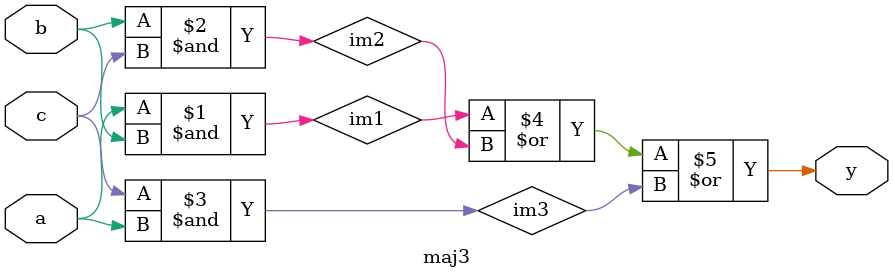
<source format=sv>
module maj3 (a, b, c, y);
input a, b, c;
output y;
wire im1, im2, im3;
and #(2, 4)
    (im1, a, b),
    (im2, b, c),
    (im3, c, a);
or #(3, 5) (y, im1, im2, im3);

  always @(*) begin
    #1;
    #1;
  end
endmodule
</source>
